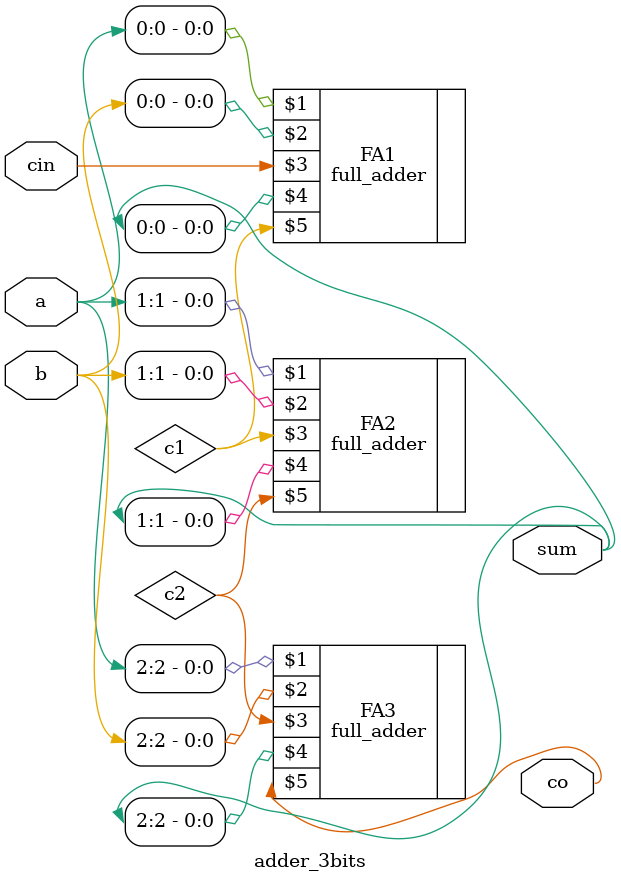
<source format=v>
/*
 *Hoat Vu
 *CSC137
 *Project 1
 * */

`include "full_adder.v"



module adder_3bits(

	input [2:0] a, b,
	input cin,

	output [2:0] sum,
	output co);

	wire c1, c2;

	full_adder FA1(a[0], b[0], cin, sum[0], c1),
		   FA2(a[1], b[1], c1, sum[1], c2),
		   FA3(a[2], b[2], c2, sum[2], co);
		
endmodule


</source>
